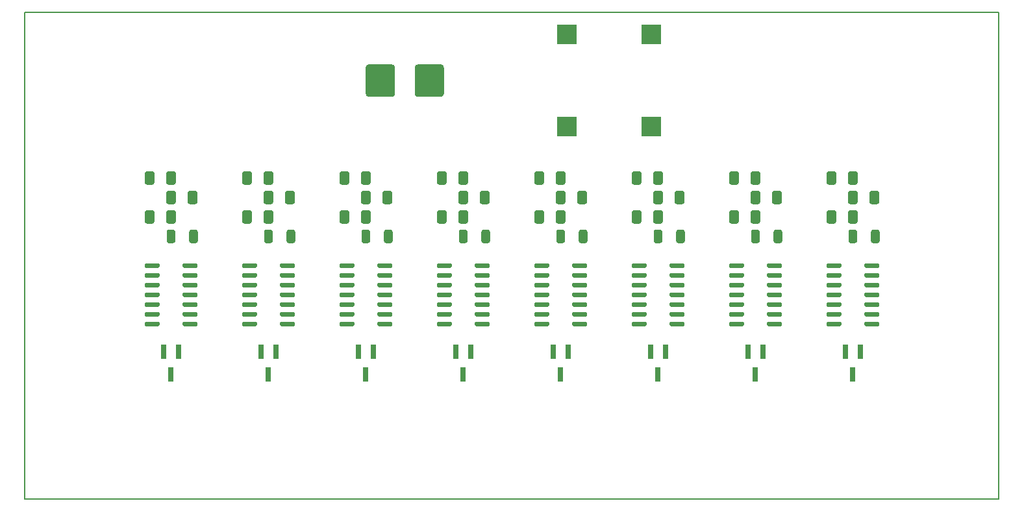
<source format=gbr>
G04 #@! TF.GenerationSoftware,KiCad,Pcbnew,5.1.8+dfsg1-1+b1*
G04 #@! TF.CreationDate,2021-07-09T11:11:43-05:00*
G04 #@! TF.ProjectId,potentiosynth,706f7465-6e74-4696-9f73-796e74682e6b,B*
G04 #@! TF.SameCoordinates,Original*
G04 #@! TF.FileFunction,Paste,Top*
G04 #@! TF.FilePolarity,Positive*
%FSLAX46Y46*%
G04 Gerber Fmt 4.6, Leading zero omitted, Abs format (unit mm)*
G04 Created by KiCad (PCBNEW 5.1.8+dfsg1-1+b1) date 2021-07-09 11:11:43*
%MOMM*%
%LPD*%
G01*
G04 APERTURE LIST*
G04 #@! TA.AperFunction,Profile*
%ADD10C,0.150000*%
G04 #@! TD*
%ADD11R,2.500000X2.500000*%
%ADD12R,0.800000X1.900000*%
G04 APERTURE END LIST*
D10*
X50800000Y-127000000D02*
X177800000Y-127000000D01*
X50800000Y-63500000D02*
X177800000Y-63500000D01*
X50800000Y-127000000D02*
X50800000Y-63500000D01*
X177800000Y-127000000D02*
X177800000Y-63500000D01*
G36*
G01*
X95237300Y-74129900D02*
X95237300Y-70650100D01*
G75*
G02*
X95618300Y-70269100I381000J0D01*
G01*
X98666300Y-70269100D01*
G75*
G02*
X99047300Y-70650100I0J-381000D01*
G01*
X99047300Y-74129900D01*
G75*
G02*
X98666300Y-74510900I-381000J0D01*
G01*
X95618300Y-74510900D01*
G75*
G02*
X95237300Y-74129900I0J381000D01*
G01*
G37*
G36*
G01*
X101612700Y-74129900D02*
X101612700Y-70650100D01*
G75*
G02*
X101993700Y-70269100I381000J0D01*
G01*
X105041700Y-70269100D01*
G75*
G02*
X105422700Y-70650100I0J-381000D01*
G01*
X105422700Y-74129900D01*
G75*
G02*
X105041700Y-74510900I-381000J0D01*
G01*
X101993700Y-74510900D01*
G75*
G02*
X101612700Y-74129900I0J381000D01*
G01*
G37*
G36*
G01*
X160250000Y-96670000D02*
X160250000Y-96370000D01*
G75*
G02*
X160400000Y-96220000I150000J0D01*
G01*
X162050000Y-96220000D01*
G75*
G02*
X162200000Y-96370000I0J-150000D01*
G01*
X162200000Y-96670000D01*
G75*
G02*
X162050000Y-96820000I-150000J0D01*
G01*
X160400000Y-96820000D01*
G75*
G02*
X160250000Y-96670000I0J150000D01*
G01*
G37*
G36*
G01*
X160250000Y-97940000D02*
X160250000Y-97640000D01*
G75*
G02*
X160400000Y-97490000I150000J0D01*
G01*
X162050000Y-97490000D01*
G75*
G02*
X162200000Y-97640000I0J-150000D01*
G01*
X162200000Y-97940000D01*
G75*
G02*
X162050000Y-98090000I-150000J0D01*
G01*
X160400000Y-98090000D01*
G75*
G02*
X160250000Y-97940000I0J150000D01*
G01*
G37*
G36*
G01*
X160250000Y-99210000D02*
X160250000Y-98910000D01*
G75*
G02*
X160400000Y-98760000I150000J0D01*
G01*
X162050000Y-98760000D01*
G75*
G02*
X162200000Y-98910000I0J-150000D01*
G01*
X162200000Y-99210000D01*
G75*
G02*
X162050000Y-99360000I-150000J0D01*
G01*
X160400000Y-99360000D01*
G75*
G02*
X160250000Y-99210000I0J150000D01*
G01*
G37*
G36*
G01*
X160250000Y-100480000D02*
X160250000Y-100180000D01*
G75*
G02*
X160400000Y-100030000I150000J0D01*
G01*
X162050000Y-100030000D01*
G75*
G02*
X162200000Y-100180000I0J-150000D01*
G01*
X162200000Y-100480000D01*
G75*
G02*
X162050000Y-100630000I-150000J0D01*
G01*
X160400000Y-100630000D01*
G75*
G02*
X160250000Y-100480000I0J150000D01*
G01*
G37*
G36*
G01*
X160250000Y-101750000D02*
X160250000Y-101450000D01*
G75*
G02*
X160400000Y-101300000I150000J0D01*
G01*
X162050000Y-101300000D01*
G75*
G02*
X162200000Y-101450000I0J-150000D01*
G01*
X162200000Y-101750000D01*
G75*
G02*
X162050000Y-101900000I-150000J0D01*
G01*
X160400000Y-101900000D01*
G75*
G02*
X160250000Y-101750000I0J150000D01*
G01*
G37*
G36*
G01*
X160250000Y-103020000D02*
X160250000Y-102720000D01*
G75*
G02*
X160400000Y-102570000I150000J0D01*
G01*
X162050000Y-102570000D01*
G75*
G02*
X162200000Y-102720000I0J-150000D01*
G01*
X162200000Y-103020000D01*
G75*
G02*
X162050000Y-103170000I-150000J0D01*
G01*
X160400000Y-103170000D01*
G75*
G02*
X160250000Y-103020000I0J150000D01*
G01*
G37*
G36*
G01*
X160250000Y-104290000D02*
X160250000Y-103990000D01*
G75*
G02*
X160400000Y-103840000I150000J0D01*
G01*
X162050000Y-103840000D01*
G75*
G02*
X162200000Y-103990000I0J-150000D01*
G01*
X162200000Y-104290000D01*
G75*
G02*
X162050000Y-104440000I-150000J0D01*
G01*
X160400000Y-104440000D01*
G75*
G02*
X160250000Y-104290000I0J150000D01*
G01*
G37*
G36*
G01*
X155300000Y-104290000D02*
X155300000Y-103990000D01*
G75*
G02*
X155450000Y-103840000I150000J0D01*
G01*
X157100000Y-103840000D01*
G75*
G02*
X157250000Y-103990000I0J-150000D01*
G01*
X157250000Y-104290000D01*
G75*
G02*
X157100000Y-104440000I-150000J0D01*
G01*
X155450000Y-104440000D01*
G75*
G02*
X155300000Y-104290000I0J150000D01*
G01*
G37*
G36*
G01*
X155300000Y-103020000D02*
X155300000Y-102720000D01*
G75*
G02*
X155450000Y-102570000I150000J0D01*
G01*
X157100000Y-102570000D01*
G75*
G02*
X157250000Y-102720000I0J-150000D01*
G01*
X157250000Y-103020000D01*
G75*
G02*
X157100000Y-103170000I-150000J0D01*
G01*
X155450000Y-103170000D01*
G75*
G02*
X155300000Y-103020000I0J150000D01*
G01*
G37*
G36*
G01*
X155300000Y-101750000D02*
X155300000Y-101450000D01*
G75*
G02*
X155450000Y-101300000I150000J0D01*
G01*
X157100000Y-101300000D01*
G75*
G02*
X157250000Y-101450000I0J-150000D01*
G01*
X157250000Y-101750000D01*
G75*
G02*
X157100000Y-101900000I-150000J0D01*
G01*
X155450000Y-101900000D01*
G75*
G02*
X155300000Y-101750000I0J150000D01*
G01*
G37*
G36*
G01*
X155300000Y-100480000D02*
X155300000Y-100180000D01*
G75*
G02*
X155450000Y-100030000I150000J0D01*
G01*
X157100000Y-100030000D01*
G75*
G02*
X157250000Y-100180000I0J-150000D01*
G01*
X157250000Y-100480000D01*
G75*
G02*
X157100000Y-100630000I-150000J0D01*
G01*
X155450000Y-100630000D01*
G75*
G02*
X155300000Y-100480000I0J150000D01*
G01*
G37*
G36*
G01*
X155300000Y-99210000D02*
X155300000Y-98910000D01*
G75*
G02*
X155450000Y-98760000I150000J0D01*
G01*
X157100000Y-98760000D01*
G75*
G02*
X157250000Y-98910000I0J-150000D01*
G01*
X157250000Y-99210000D01*
G75*
G02*
X157100000Y-99360000I-150000J0D01*
G01*
X155450000Y-99360000D01*
G75*
G02*
X155300000Y-99210000I0J150000D01*
G01*
G37*
G36*
G01*
X155300000Y-97940000D02*
X155300000Y-97640000D01*
G75*
G02*
X155450000Y-97490000I150000J0D01*
G01*
X157100000Y-97490000D01*
G75*
G02*
X157250000Y-97640000I0J-150000D01*
G01*
X157250000Y-97940000D01*
G75*
G02*
X157100000Y-98090000I-150000J0D01*
G01*
X155450000Y-98090000D01*
G75*
G02*
X155300000Y-97940000I0J150000D01*
G01*
G37*
G36*
G01*
X155300000Y-96670000D02*
X155300000Y-96370000D01*
G75*
G02*
X155450000Y-96220000I150000J0D01*
G01*
X157100000Y-96220000D01*
G75*
G02*
X157250000Y-96370000I0J-150000D01*
G01*
X157250000Y-96670000D01*
G75*
G02*
X157100000Y-96820000I-150000J0D01*
G01*
X155450000Y-96820000D01*
G75*
G02*
X155300000Y-96670000I0J150000D01*
G01*
G37*
G36*
G01*
X147550000Y-96670000D02*
X147550000Y-96370000D01*
G75*
G02*
X147700000Y-96220000I150000J0D01*
G01*
X149350000Y-96220000D01*
G75*
G02*
X149500000Y-96370000I0J-150000D01*
G01*
X149500000Y-96670000D01*
G75*
G02*
X149350000Y-96820000I-150000J0D01*
G01*
X147700000Y-96820000D01*
G75*
G02*
X147550000Y-96670000I0J150000D01*
G01*
G37*
G36*
G01*
X147550000Y-97940000D02*
X147550000Y-97640000D01*
G75*
G02*
X147700000Y-97490000I150000J0D01*
G01*
X149350000Y-97490000D01*
G75*
G02*
X149500000Y-97640000I0J-150000D01*
G01*
X149500000Y-97940000D01*
G75*
G02*
X149350000Y-98090000I-150000J0D01*
G01*
X147700000Y-98090000D01*
G75*
G02*
X147550000Y-97940000I0J150000D01*
G01*
G37*
G36*
G01*
X147550000Y-99210000D02*
X147550000Y-98910000D01*
G75*
G02*
X147700000Y-98760000I150000J0D01*
G01*
X149350000Y-98760000D01*
G75*
G02*
X149500000Y-98910000I0J-150000D01*
G01*
X149500000Y-99210000D01*
G75*
G02*
X149350000Y-99360000I-150000J0D01*
G01*
X147700000Y-99360000D01*
G75*
G02*
X147550000Y-99210000I0J150000D01*
G01*
G37*
G36*
G01*
X147550000Y-100480000D02*
X147550000Y-100180000D01*
G75*
G02*
X147700000Y-100030000I150000J0D01*
G01*
X149350000Y-100030000D01*
G75*
G02*
X149500000Y-100180000I0J-150000D01*
G01*
X149500000Y-100480000D01*
G75*
G02*
X149350000Y-100630000I-150000J0D01*
G01*
X147700000Y-100630000D01*
G75*
G02*
X147550000Y-100480000I0J150000D01*
G01*
G37*
G36*
G01*
X147550000Y-101750000D02*
X147550000Y-101450000D01*
G75*
G02*
X147700000Y-101300000I150000J0D01*
G01*
X149350000Y-101300000D01*
G75*
G02*
X149500000Y-101450000I0J-150000D01*
G01*
X149500000Y-101750000D01*
G75*
G02*
X149350000Y-101900000I-150000J0D01*
G01*
X147700000Y-101900000D01*
G75*
G02*
X147550000Y-101750000I0J150000D01*
G01*
G37*
G36*
G01*
X147550000Y-103020000D02*
X147550000Y-102720000D01*
G75*
G02*
X147700000Y-102570000I150000J0D01*
G01*
X149350000Y-102570000D01*
G75*
G02*
X149500000Y-102720000I0J-150000D01*
G01*
X149500000Y-103020000D01*
G75*
G02*
X149350000Y-103170000I-150000J0D01*
G01*
X147700000Y-103170000D01*
G75*
G02*
X147550000Y-103020000I0J150000D01*
G01*
G37*
G36*
G01*
X147550000Y-104290000D02*
X147550000Y-103990000D01*
G75*
G02*
X147700000Y-103840000I150000J0D01*
G01*
X149350000Y-103840000D01*
G75*
G02*
X149500000Y-103990000I0J-150000D01*
G01*
X149500000Y-104290000D01*
G75*
G02*
X149350000Y-104440000I-150000J0D01*
G01*
X147700000Y-104440000D01*
G75*
G02*
X147550000Y-104290000I0J150000D01*
G01*
G37*
G36*
G01*
X142600000Y-104290000D02*
X142600000Y-103990000D01*
G75*
G02*
X142750000Y-103840000I150000J0D01*
G01*
X144400000Y-103840000D01*
G75*
G02*
X144550000Y-103990000I0J-150000D01*
G01*
X144550000Y-104290000D01*
G75*
G02*
X144400000Y-104440000I-150000J0D01*
G01*
X142750000Y-104440000D01*
G75*
G02*
X142600000Y-104290000I0J150000D01*
G01*
G37*
G36*
G01*
X142600000Y-103020000D02*
X142600000Y-102720000D01*
G75*
G02*
X142750000Y-102570000I150000J0D01*
G01*
X144400000Y-102570000D01*
G75*
G02*
X144550000Y-102720000I0J-150000D01*
G01*
X144550000Y-103020000D01*
G75*
G02*
X144400000Y-103170000I-150000J0D01*
G01*
X142750000Y-103170000D01*
G75*
G02*
X142600000Y-103020000I0J150000D01*
G01*
G37*
G36*
G01*
X142600000Y-101750000D02*
X142600000Y-101450000D01*
G75*
G02*
X142750000Y-101300000I150000J0D01*
G01*
X144400000Y-101300000D01*
G75*
G02*
X144550000Y-101450000I0J-150000D01*
G01*
X144550000Y-101750000D01*
G75*
G02*
X144400000Y-101900000I-150000J0D01*
G01*
X142750000Y-101900000D01*
G75*
G02*
X142600000Y-101750000I0J150000D01*
G01*
G37*
G36*
G01*
X142600000Y-100480000D02*
X142600000Y-100180000D01*
G75*
G02*
X142750000Y-100030000I150000J0D01*
G01*
X144400000Y-100030000D01*
G75*
G02*
X144550000Y-100180000I0J-150000D01*
G01*
X144550000Y-100480000D01*
G75*
G02*
X144400000Y-100630000I-150000J0D01*
G01*
X142750000Y-100630000D01*
G75*
G02*
X142600000Y-100480000I0J150000D01*
G01*
G37*
G36*
G01*
X142600000Y-99210000D02*
X142600000Y-98910000D01*
G75*
G02*
X142750000Y-98760000I150000J0D01*
G01*
X144400000Y-98760000D01*
G75*
G02*
X144550000Y-98910000I0J-150000D01*
G01*
X144550000Y-99210000D01*
G75*
G02*
X144400000Y-99360000I-150000J0D01*
G01*
X142750000Y-99360000D01*
G75*
G02*
X142600000Y-99210000I0J150000D01*
G01*
G37*
G36*
G01*
X142600000Y-97940000D02*
X142600000Y-97640000D01*
G75*
G02*
X142750000Y-97490000I150000J0D01*
G01*
X144400000Y-97490000D01*
G75*
G02*
X144550000Y-97640000I0J-150000D01*
G01*
X144550000Y-97940000D01*
G75*
G02*
X144400000Y-98090000I-150000J0D01*
G01*
X142750000Y-98090000D01*
G75*
G02*
X142600000Y-97940000I0J150000D01*
G01*
G37*
G36*
G01*
X142600000Y-96670000D02*
X142600000Y-96370000D01*
G75*
G02*
X142750000Y-96220000I150000J0D01*
G01*
X144400000Y-96220000D01*
G75*
G02*
X144550000Y-96370000I0J-150000D01*
G01*
X144550000Y-96670000D01*
G75*
G02*
X144400000Y-96820000I-150000J0D01*
G01*
X142750000Y-96820000D01*
G75*
G02*
X142600000Y-96670000I0J150000D01*
G01*
G37*
G36*
G01*
X134850000Y-96670000D02*
X134850000Y-96370000D01*
G75*
G02*
X135000000Y-96220000I150000J0D01*
G01*
X136650000Y-96220000D01*
G75*
G02*
X136800000Y-96370000I0J-150000D01*
G01*
X136800000Y-96670000D01*
G75*
G02*
X136650000Y-96820000I-150000J0D01*
G01*
X135000000Y-96820000D01*
G75*
G02*
X134850000Y-96670000I0J150000D01*
G01*
G37*
G36*
G01*
X134850000Y-97940000D02*
X134850000Y-97640000D01*
G75*
G02*
X135000000Y-97490000I150000J0D01*
G01*
X136650000Y-97490000D01*
G75*
G02*
X136800000Y-97640000I0J-150000D01*
G01*
X136800000Y-97940000D01*
G75*
G02*
X136650000Y-98090000I-150000J0D01*
G01*
X135000000Y-98090000D01*
G75*
G02*
X134850000Y-97940000I0J150000D01*
G01*
G37*
G36*
G01*
X134850000Y-99210000D02*
X134850000Y-98910000D01*
G75*
G02*
X135000000Y-98760000I150000J0D01*
G01*
X136650000Y-98760000D01*
G75*
G02*
X136800000Y-98910000I0J-150000D01*
G01*
X136800000Y-99210000D01*
G75*
G02*
X136650000Y-99360000I-150000J0D01*
G01*
X135000000Y-99360000D01*
G75*
G02*
X134850000Y-99210000I0J150000D01*
G01*
G37*
G36*
G01*
X134850000Y-100480000D02*
X134850000Y-100180000D01*
G75*
G02*
X135000000Y-100030000I150000J0D01*
G01*
X136650000Y-100030000D01*
G75*
G02*
X136800000Y-100180000I0J-150000D01*
G01*
X136800000Y-100480000D01*
G75*
G02*
X136650000Y-100630000I-150000J0D01*
G01*
X135000000Y-100630000D01*
G75*
G02*
X134850000Y-100480000I0J150000D01*
G01*
G37*
G36*
G01*
X134850000Y-101750000D02*
X134850000Y-101450000D01*
G75*
G02*
X135000000Y-101300000I150000J0D01*
G01*
X136650000Y-101300000D01*
G75*
G02*
X136800000Y-101450000I0J-150000D01*
G01*
X136800000Y-101750000D01*
G75*
G02*
X136650000Y-101900000I-150000J0D01*
G01*
X135000000Y-101900000D01*
G75*
G02*
X134850000Y-101750000I0J150000D01*
G01*
G37*
G36*
G01*
X134850000Y-103020000D02*
X134850000Y-102720000D01*
G75*
G02*
X135000000Y-102570000I150000J0D01*
G01*
X136650000Y-102570000D01*
G75*
G02*
X136800000Y-102720000I0J-150000D01*
G01*
X136800000Y-103020000D01*
G75*
G02*
X136650000Y-103170000I-150000J0D01*
G01*
X135000000Y-103170000D01*
G75*
G02*
X134850000Y-103020000I0J150000D01*
G01*
G37*
G36*
G01*
X134850000Y-104290000D02*
X134850000Y-103990000D01*
G75*
G02*
X135000000Y-103840000I150000J0D01*
G01*
X136650000Y-103840000D01*
G75*
G02*
X136800000Y-103990000I0J-150000D01*
G01*
X136800000Y-104290000D01*
G75*
G02*
X136650000Y-104440000I-150000J0D01*
G01*
X135000000Y-104440000D01*
G75*
G02*
X134850000Y-104290000I0J150000D01*
G01*
G37*
G36*
G01*
X129900000Y-104290000D02*
X129900000Y-103990000D01*
G75*
G02*
X130050000Y-103840000I150000J0D01*
G01*
X131700000Y-103840000D01*
G75*
G02*
X131850000Y-103990000I0J-150000D01*
G01*
X131850000Y-104290000D01*
G75*
G02*
X131700000Y-104440000I-150000J0D01*
G01*
X130050000Y-104440000D01*
G75*
G02*
X129900000Y-104290000I0J150000D01*
G01*
G37*
G36*
G01*
X129900000Y-103020000D02*
X129900000Y-102720000D01*
G75*
G02*
X130050000Y-102570000I150000J0D01*
G01*
X131700000Y-102570000D01*
G75*
G02*
X131850000Y-102720000I0J-150000D01*
G01*
X131850000Y-103020000D01*
G75*
G02*
X131700000Y-103170000I-150000J0D01*
G01*
X130050000Y-103170000D01*
G75*
G02*
X129900000Y-103020000I0J150000D01*
G01*
G37*
G36*
G01*
X129900000Y-101750000D02*
X129900000Y-101450000D01*
G75*
G02*
X130050000Y-101300000I150000J0D01*
G01*
X131700000Y-101300000D01*
G75*
G02*
X131850000Y-101450000I0J-150000D01*
G01*
X131850000Y-101750000D01*
G75*
G02*
X131700000Y-101900000I-150000J0D01*
G01*
X130050000Y-101900000D01*
G75*
G02*
X129900000Y-101750000I0J150000D01*
G01*
G37*
G36*
G01*
X129900000Y-100480000D02*
X129900000Y-100180000D01*
G75*
G02*
X130050000Y-100030000I150000J0D01*
G01*
X131700000Y-100030000D01*
G75*
G02*
X131850000Y-100180000I0J-150000D01*
G01*
X131850000Y-100480000D01*
G75*
G02*
X131700000Y-100630000I-150000J0D01*
G01*
X130050000Y-100630000D01*
G75*
G02*
X129900000Y-100480000I0J150000D01*
G01*
G37*
G36*
G01*
X129900000Y-99210000D02*
X129900000Y-98910000D01*
G75*
G02*
X130050000Y-98760000I150000J0D01*
G01*
X131700000Y-98760000D01*
G75*
G02*
X131850000Y-98910000I0J-150000D01*
G01*
X131850000Y-99210000D01*
G75*
G02*
X131700000Y-99360000I-150000J0D01*
G01*
X130050000Y-99360000D01*
G75*
G02*
X129900000Y-99210000I0J150000D01*
G01*
G37*
G36*
G01*
X129900000Y-97940000D02*
X129900000Y-97640000D01*
G75*
G02*
X130050000Y-97490000I150000J0D01*
G01*
X131700000Y-97490000D01*
G75*
G02*
X131850000Y-97640000I0J-150000D01*
G01*
X131850000Y-97940000D01*
G75*
G02*
X131700000Y-98090000I-150000J0D01*
G01*
X130050000Y-98090000D01*
G75*
G02*
X129900000Y-97940000I0J150000D01*
G01*
G37*
G36*
G01*
X129900000Y-96670000D02*
X129900000Y-96370000D01*
G75*
G02*
X130050000Y-96220000I150000J0D01*
G01*
X131700000Y-96220000D01*
G75*
G02*
X131850000Y-96370000I0J-150000D01*
G01*
X131850000Y-96670000D01*
G75*
G02*
X131700000Y-96820000I-150000J0D01*
G01*
X130050000Y-96820000D01*
G75*
G02*
X129900000Y-96670000I0J150000D01*
G01*
G37*
G36*
G01*
X122150000Y-96670000D02*
X122150000Y-96370000D01*
G75*
G02*
X122300000Y-96220000I150000J0D01*
G01*
X123950000Y-96220000D01*
G75*
G02*
X124100000Y-96370000I0J-150000D01*
G01*
X124100000Y-96670000D01*
G75*
G02*
X123950000Y-96820000I-150000J0D01*
G01*
X122300000Y-96820000D01*
G75*
G02*
X122150000Y-96670000I0J150000D01*
G01*
G37*
G36*
G01*
X122150000Y-97940000D02*
X122150000Y-97640000D01*
G75*
G02*
X122300000Y-97490000I150000J0D01*
G01*
X123950000Y-97490000D01*
G75*
G02*
X124100000Y-97640000I0J-150000D01*
G01*
X124100000Y-97940000D01*
G75*
G02*
X123950000Y-98090000I-150000J0D01*
G01*
X122300000Y-98090000D01*
G75*
G02*
X122150000Y-97940000I0J150000D01*
G01*
G37*
G36*
G01*
X122150000Y-99210000D02*
X122150000Y-98910000D01*
G75*
G02*
X122300000Y-98760000I150000J0D01*
G01*
X123950000Y-98760000D01*
G75*
G02*
X124100000Y-98910000I0J-150000D01*
G01*
X124100000Y-99210000D01*
G75*
G02*
X123950000Y-99360000I-150000J0D01*
G01*
X122300000Y-99360000D01*
G75*
G02*
X122150000Y-99210000I0J150000D01*
G01*
G37*
G36*
G01*
X122150000Y-100480000D02*
X122150000Y-100180000D01*
G75*
G02*
X122300000Y-100030000I150000J0D01*
G01*
X123950000Y-100030000D01*
G75*
G02*
X124100000Y-100180000I0J-150000D01*
G01*
X124100000Y-100480000D01*
G75*
G02*
X123950000Y-100630000I-150000J0D01*
G01*
X122300000Y-100630000D01*
G75*
G02*
X122150000Y-100480000I0J150000D01*
G01*
G37*
G36*
G01*
X122150000Y-101750000D02*
X122150000Y-101450000D01*
G75*
G02*
X122300000Y-101300000I150000J0D01*
G01*
X123950000Y-101300000D01*
G75*
G02*
X124100000Y-101450000I0J-150000D01*
G01*
X124100000Y-101750000D01*
G75*
G02*
X123950000Y-101900000I-150000J0D01*
G01*
X122300000Y-101900000D01*
G75*
G02*
X122150000Y-101750000I0J150000D01*
G01*
G37*
G36*
G01*
X122150000Y-103020000D02*
X122150000Y-102720000D01*
G75*
G02*
X122300000Y-102570000I150000J0D01*
G01*
X123950000Y-102570000D01*
G75*
G02*
X124100000Y-102720000I0J-150000D01*
G01*
X124100000Y-103020000D01*
G75*
G02*
X123950000Y-103170000I-150000J0D01*
G01*
X122300000Y-103170000D01*
G75*
G02*
X122150000Y-103020000I0J150000D01*
G01*
G37*
G36*
G01*
X122150000Y-104290000D02*
X122150000Y-103990000D01*
G75*
G02*
X122300000Y-103840000I150000J0D01*
G01*
X123950000Y-103840000D01*
G75*
G02*
X124100000Y-103990000I0J-150000D01*
G01*
X124100000Y-104290000D01*
G75*
G02*
X123950000Y-104440000I-150000J0D01*
G01*
X122300000Y-104440000D01*
G75*
G02*
X122150000Y-104290000I0J150000D01*
G01*
G37*
G36*
G01*
X117200000Y-104290000D02*
X117200000Y-103990000D01*
G75*
G02*
X117350000Y-103840000I150000J0D01*
G01*
X119000000Y-103840000D01*
G75*
G02*
X119150000Y-103990000I0J-150000D01*
G01*
X119150000Y-104290000D01*
G75*
G02*
X119000000Y-104440000I-150000J0D01*
G01*
X117350000Y-104440000D01*
G75*
G02*
X117200000Y-104290000I0J150000D01*
G01*
G37*
G36*
G01*
X117200000Y-103020000D02*
X117200000Y-102720000D01*
G75*
G02*
X117350000Y-102570000I150000J0D01*
G01*
X119000000Y-102570000D01*
G75*
G02*
X119150000Y-102720000I0J-150000D01*
G01*
X119150000Y-103020000D01*
G75*
G02*
X119000000Y-103170000I-150000J0D01*
G01*
X117350000Y-103170000D01*
G75*
G02*
X117200000Y-103020000I0J150000D01*
G01*
G37*
G36*
G01*
X117200000Y-101750000D02*
X117200000Y-101450000D01*
G75*
G02*
X117350000Y-101300000I150000J0D01*
G01*
X119000000Y-101300000D01*
G75*
G02*
X119150000Y-101450000I0J-150000D01*
G01*
X119150000Y-101750000D01*
G75*
G02*
X119000000Y-101900000I-150000J0D01*
G01*
X117350000Y-101900000D01*
G75*
G02*
X117200000Y-101750000I0J150000D01*
G01*
G37*
G36*
G01*
X117200000Y-100480000D02*
X117200000Y-100180000D01*
G75*
G02*
X117350000Y-100030000I150000J0D01*
G01*
X119000000Y-100030000D01*
G75*
G02*
X119150000Y-100180000I0J-150000D01*
G01*
X119150000Y-100480000D01*
G75*
G02*
X119000000Y-100630000I-150000J0D01*
G01*
X117350000Y-100630000D01*
G75*
G02*
X117200000Y-100480000I0J150000D01*
G01*
G37*
G36*
G01*
X117200000Y-99210000D02*
X117200000Y-98910000D01*
G75*
G02*
X117350000Y-98760000I150000J0D01*
G01*
X119000000Y-98760000D01*
G75*
G02*
X119150000Y-98910000I0J-150000D01*
G01*
X119150000Y-99210000D01*
G75*
G02*
X119000000Y-99360000I-150000J0D01*
G01*
X117350000Y-99360000D01*
G75*
G02*
X117200000Y-99210000I0J150000D01*
G01*
G37*
G36*
G01*
X117200000Y-97940000D02*
X117200000Y-97640000D01*
G75*
G02*
X117350000Y-97490000I150000J0D01*
G01*
X119000000Y-97490000D01*
G75*
G02*
X119150000Y-97640000I0J-150000D01*
G01*
X119150000Y-97940000D01*
G75*
G02*
X119000000Y-98090000I-150000J0D01*
G01*
X117350000Y-98090000D01*
G75*
G02*
X117200000Y-97940000I0J150000D01*
G01*
G37*
G36*
G01*
X117200000Y-96670000D02*
X117200000Y-96370000D01*
G75*
G02*
X117350000Y-96220000I150000J0D01*
G01*
X119000000Y-96220000D01*
G75*
G02*
X119150000Y-96370000I0J-150000D01*
G01*
X119150000Y-96670000D01*
G75*
G02*
X119000000Y-96820000I-150000J0D01*
G01*
X117350000Y-96820000D01*
G75*
G02*
X117200000Y-96670000I0J150000D01*
G01*
G37*
G36*
G01*
X109450000Y-96670000D02*
X109450000Y-96370000D01*
G75*
G02*
X109600000Y-96220000I150000J0D01*
G01*
X111250000Y-96220000D01*
G75*
G02*
X111400000Y-96370000I0J-150000D01*
G01*
X111400000Y-96670000D01*
G75*
G02*
X111250000Y-96820000I-150000J0D01*
G01*
X109600000Y-96820000D01*
G75*
G02*
X109450000Y-96670000I0J150000D01*
G01*
G37*
G36*
G01*
X109450000Y-97940000D02*
X109450000Y-97640000D01*
G75*
G02*
X109600000Y-97490000I150000J0D01*
G01*
X111250000Y-97490000D01*
G75*
G02*
X111400000Y-97640000I0J-150000D01*
G01*
X111400000Y-97940000D01*
G75*
G02*
X111250000Y-98090000I-150000J0D01*
G01*
X109600000Y-98090000D01*
G75*
G02*
X109450000Y-97940000I0J150000D01*
G01*
G37*
G36*
G01*
X109450000Y-99210000D02*
X109450000Y-98910000D01*
G75*
G02*
X109600000Y-98760000I150000J0D01*
G01*
X111250000Y-98760000D01*
G75*
G02*
X111400000Y-98910000I0J-150000D01*
G01*
X111400000Y-99210000D01*
G75*
G02*
X111250000Y-99360000I-150000J0D01*
G01*
X109600000Y-99360000D01*
G75*
G02*
X109450000Y-99210000I0J150000D01*
G01*
G37*
G36*
G01*
X109450000Y-100480000D02*
X109450000Y-100180000D01*
G75*
G02*
X109600000Y-100030000I150000J0D01*
G01*
X111250000Y-100030000D01*
G75*
G02*
X111400000Y-100180000I0J-150000D01*
G01*
X111400000Y-100480000D01*
G75*
G02*
X111250000Y-100630000I-150000J0D01*
G01*
X109600000Y-100630000D01*
G75*
G02*
X109450000Y-100480000I0J150000D01*
G01*
G37*
G36*
G01*
X109450000Y-101750000D02*
X109450000Y-101450000D01*
G75*
G02*
X109600000Y-101300000I150000J0D01*
G01*
X111250000Y-101300000D01*
G75*
G02*
X111400000Y-101450000I0J-150000D01*
G01*
X111400000Y-101750000D01*
G75*
G02*
X111250000Y-101900000I-150000J0D01*
G01*
X109600000Y-101900000D01*
G75*
G02*
X109450000Y-101750000I0J150000D01*
G01*
G37*
G36*
G01*
X109450000Y-103020000D02*
X109450000Y-102720000D01*
G75*
G02*
X109600000Y-102570000I150000J0D01*
G01*
X111250000Y-102570000D01*
G75*
G02*
X111400000Y-102720000I0J-150000D01*
G01*
X111400000Y-103020000D01*
G75*
G02*
X111250000Y-103170000I-150000J0D01*
G01*
X109600000Y-103170000D01*
G75*
G02*
X109450000Y-103020000I0J150000D01*
G01*
G37*
G36*
G01*
X109450000Y-104290000D02*
X109450000Y-103990000D01*
G75*
G02*
X109600000Y-103840000I150000J0D01*
G01*
X111250000Y-103840000D01*
G75*
G02*
X111400000Y-103990000I0J-150000D01*
G01*
X111400000Y-104290000D01*
G75*
G02*
X111250000Y-104440000I-150000J0D01*
G01*
X109600000Y-104440000D01*
G75*
G02*
X109450000Y-104290000I0J150000D01*
G01*
G37*
G36*
G01*
X104500000Y-104290000D02*
X104500000Y-103990000D01*
G75*
G02*
X104650000Y-103840000I150000J0D01*
G01*
X106300000Y-103840000D01*
G75*
G02*
X106450000Y-103990000I0J-150000D01*
G01*
X106450000Y-104290000D01*
G75*
G02*
X106300000Y-104440000I-150000J0D01*
G01*
X104650000Y-104440000D01*
G75*
G02*
X104500000Y-104290000I0J150000D01*
G01*
G37*
G36*
G01*
X104500000Y-103020000D02*
X104500000Y-102720000D01*
G75*
G02*
X104650000Y-102570000I150000J0D01*
G01*
X106300000Y-102570000D01*
G75*
G02*
X106450000Y-102720000I0J-150000D01*
G01*
X106450000Y-103020000D01*
G75*
G02*
X106300000Y-103170000I-150000J0D01*
G01*
X104650000Y-103170000D01*
G75*
G02*
X104500000Y-103020000I0J150000D01*
G01*
G37*
G36*
G01*
X104500000Y-101750000D02*
X104500000Y-101450000D01*
G75*
G02*
X104650000Y-101300000I150000J0D01*
G01*
X106300000Y-101300000D01*
G75*
G02*
X106450000Y-101450000I0J-150000D01*
G01*
X106450000Y-101750000D01*
G75*
G02*
X106300000Y-101900000I-150000J0D01*
G01*
X104650000Y-101900000D01*
G75*
G02*
X104500000Y-101750000I0J150000D01*
G01*
G37*
G36*
G01*
X104500000Y-100480000D02*
X104500000Y-100180000D01*
G75*
G02*
X104650000Y-100030000I150000J0D01*
G01*
X106300000Y-100030000D01*
G75*
G02*
X106450000Y-100180000I0J-150000D01*
G01*
X106450000Y-100480000D01*
G75*
G02*
X106300000Y-100630000I-150000J0D01*
G01*
X104650000Y-100630000D01*
G75*
G02*
X104500000Y-100480000I0J150000D01*
G01*
G37*
G36*
G01*
X104500000Y-99210000D02*
X104500000Y-98910000D01*
G75*
G02*
X104650000Y-98760000I150000J0D01*
G01*
X106300000Y-98760000D01*
G75*
G02*
X106450000Y-98910000I0J-150000D01*
G01*
X106450000Y-99210000D01*
G75*
G02*
X106300000Y-99360000I-150000J0D01*
G01*
X104650000Y-99360000D01*
G75*
G02*
X104500000Y-99210000I0J150000D01*
G01*
G37*
G36*
G01*
X104500000Y-97940000D02*
X104500000Y-97640000D01*
G75*
G02*
X104650000Y-97490000I150000J0D01*
G01*
X106300000Y-97490000D01*
G75*
G02*
X106450000Y-97640000I0J-150000D01*
G01*
X106450000Y-97940000D01*
G75*
G02*
X106300000Y-98090000I-150000J0D01*
G01*
X104650000Y-98090000D01*
G75*
G02*
X104500000Y-97940000I0J150000D01*
G01*
G37*
G36*
G01*
X104500000Y-96670000D02*
X104500000Y-96370000D01*
G75*
G02*
X104650000Y-96220000I150000J0D01*
G01*
X106300000Y-96220000D01*
G75*
G02*
X106450000Y-96370000I0J-150000D01*
G01*
X106450000Y-96670000D01*
G75*
G02*
X106300000Y-96820000I-150000J0D01*
G01*
X104650000Y-96820000D01*
G75*
G02*
X104500000Y-96670000I0J150000D01*
G01*
G37*
G36*
G01*
X96750000Y-96670000D02*
X96750000Y-96370000D01*
G75*
G02*
X96900000Y-96220000I150000J0D01*
G01*
X98550000Y-96220000D01*
G75*
G02*
X98700000Y-96370000I0J-150000D01*
G01*
X98700000Y-96670000D01*
G75*
G02*
X98550000Y-96820000I-150000J0D01*
G01*
X96900000Y-96820000D01*
G75*
G02*
X96750000Y-96670000I0J150000D01*
G01*
G37*
G36*
G01*
X96750000Y-97940000D02*
X96750000Y-97640000D01*
G75*
G02*
X96900000Y-97490000I150000J0D01*
G01*
X98550000Y-97490000D01*
G75*
G02*
X98700000Y-97640000I0J-150000D01*
G01*
X98700000Y-97940000D01*
G75*
G02*
X98550000Y-98090000I-150000J0D01*
G01*
X96900000Y-98090000D01*
G75*
G02*
X96750000Y-97940000I0J150000D01*
G01*
G37*
G36*
G01*
X96750000Y-99210000D02*
X96750000Y-98910000D01*
G75*
G02*
X96900000Y-98760000I150000J0D01*
G01*
X98550000Y-98760000D01*
G75*
G02*
X98700000Y-98910000I0J-150000D01*
G01*
X98700000Y-99210000D01*
G75*
G02*
X98550000Y-99360000I-150000J0D01*
G01*
X96900000Y-99360000D01*
G75*
G02*
X96750000Y-99210000I0J150000D01*
G01*
G37*
G36*
G01*
X96750000Y-100480000D02*
X96750000Y-100180000D01*
G75*
G02*
X96900000Y-100030000I150000J0D01*
G01*
X98550000Y-100030000D01*
G75*
G02*
X98700000Y-100180000I0J-150000D01*
G01*
X98700000Y-100480000D01*
G75*
G02*
X98550000Y-100630000I-150000J0D01*
G01*
X96900000Y-100630000D01*
G75*
G02*
X96750000Y-100480000I0J150000D01*
G01*
G37*
G36*
G01*
X96750000Y-101750000D02*
X96750000Y-101450000D01*
G75*
G02*
X96900000Y-101300000I150000J0D01*
G01*
X98550000Y-101300000D01*
G75*
G02*
X98700000Y-101450000I0J-150000D01*
G01*
X98700000Y-101750000D01*
G75*
G02*
X98550000Y-101900000I-150000J0D01*
G01*
X96900000Y-101900000D01*
G75*
G02*
X96750000Y-101750000I0J150000D01*
G01*
G37*
G36*
G01*
X96750000Y-103020000D02*
X96750000Y-102720000D01*
G75*
G02*
X96900000Y-102570000I150000J0D01*
G01*
X98550000Y-102570000D01*
G75*
G02*
X98700000Y-102720000I0J-150000D01*
G01*
X98700000Y-103020000D01*
G75*
G02*
X98550000Y-103170000I-150000J0D01*
G01*
X96900000Y-103170000D01*
G75*
G02*
X96750000Y-103020000I0J150000D01*
G01*
G37*
G36*
G01*
X96750000Y-104290000D02*
X96750000Y-103990000D01*
G75*
G02*
X96900000Y-103840000I150000J0D01*
G01*
X98550000Y-103840000D01*
G75*
G02*
X98700000Y-103990000I0J-150000D01*
G01*
X98700000Y-104290000D01*
G75*
G02*
X98550000Y-104440000I-150000J0D01*
G01*
X96900000Y-104440000D01*
G75*
G02*
X96750000Y-104290000I0J150000D01*
G01*
G37*
G36*
G01*
X91800000Y-104290000D02*
X91800000Y-103990000D01*
G75*
G02*
X91950000Y-103840000I150000J0D01*
G01*
X93600000Y-103840000D01*
G75*
G02*
X93750000Y-103990000I0J-150000D01*
G01*
X93750000Y-104290000D01*
G75*
G02*
X93600000Y-104440000I-150000J0D01*
G01*
X91950000Y-104440000D01*
G75*
G02*
X91800000Y-104290000I0J150000D01*
G01*
G37*
G36*
G01*
X91800000Y-103020000D02*
X91800000Y-102720000D01*
G75*
G02*
X91950000Y-102570000I150000J0D01*
G01*
X93600000Y-102570000D01*
G75*
G02*
X93750000Y-102720000I0J-150000D01*
G01*
X93750000Y-103020000D01*
G75*
G02*
X93600000Y-103170000I-150000J0D01*
G01*
X91950000Y-103170000D01*
G75*
G02*
X91800000Y-103020000I0J150000D01*
G01*
G37*
G36*
G01*
X91800000Y-101750000D02*
X91800000Y-101450000D01*
G75*
G02*
X91950000Y-101300000I150000J0D01*
G01*
X93600000Y-101300000D01*
G75*
G02*
X93750000Y-101450000I0J-150000D01*
G01*
X93750000Y-101750000D01*
G75*
G02*
X93600000Y-101900000I-150000J0D01*
G01*
X91950000Y-101900000D01*
G75*
G02*
X91800000Y-101750000I0J150000D01*
G01*
G37*
G36*
G01*
X91800000Y-100480000D02*
X91800000Y-100180000D01*
G75*
G02*
X91950000Y-100030000I150000J0D01*
G01*
X93600000Y-100030000D01*
G75*
G02*
X93750000Y-100180000I0J-150000D01*
G01*
X93750000Y-100480000D01*
G75*
G02*
X93600000Y-100630000I-150000J0D01*
G01*
X91950000Y-100630000D01*
G75*
G02*
X91800000Y-100480000I0J150000D01*
G01*
G37*
G36*
G01*
X91800000Y-99210000D02*
X91800000Y-98910000D01*
G75*
G02*
X91950000Y-98760000I150000J0D01*
G01*
X93600000Y-98760000D01*
G75*
G02*
X93750000Y-98910000I0J-150000D01*
G01*
X93750000Y-99210000D01*
G75*
G02*
X93600000Y-99360000I-150000J0D01*
G01*
X91950000Y-99360000D01*
G75*
G02*
X91800000Y-99210000I0J150000D01*
G01*
G37*
G36*
G01*
X91800000Y-97940000D02*
X91800000Y-97640000D01*
G75*
G02*
X91950000Y-97490000I150000J0D01*
G01*
X93600000Y-97490000D01*
G75*
G02*
X93750000Y-97640000I0J-150000D01*
G01*
X93750000Y-97940000D01*
G75*
G02*
X93600000Y-98090000I-150000J0D01*
G01*
X91950000Y-98090000D01*
G75*
G02*
X91800000Y-97940000I0J150000D01*
G01*
G37*
G36*
G01*
X91800000Y-96670000D02*
X91800000Y-96370000D01*
G75*
G02*
X91950000Y-96220000I150000J0D01*
G01*
X93600000Y-96220000D01*
G75*
G02*
X93750000Y-96370000I0J-150000D01*
G01*
X93750000Y-96670000D01*
G75*
G02*
X93600000Y-96820000I-150000J0D01*
G01*
X91950000Y-96820000D01*
G75*
G02*
X91800000Y-96670000I0J150000D01*
G01*
G37*
G36*
G01*
X84050000Y-96670000D02*
X84050000Y-96370000D01*
G75*
G02*
X84200000Y-96220000I150000J0D01*
G01*
X85850000Y-96220000D01*
G75*
G02*
X86000000Y-96370000I0J-150000D01*
G01*
X86000000Y-96670000D01*
G75*
G02*
X85850000Y-96820000I-150000J0D01*
G01*
X84200000Y-96820000D01*
G75*
G02*
X84050000Y-96670000I0J150000D01*
G01*
G37*
G36*
G01*
X84050000Y-97940000D02*
X84050000Y-97640000D01*
G75*
G02*
X84200000Y-97490000I150000J0D01*
G01*
X85850000Y-97490000D01*
G75*
G02*
X86000000Y-97640000I0J-150000D01*
G01*
X86000000Y-97940000D01*
G75*
G02*
X85850000Y-98090000I-150000J0D01*
G01*
X84200000Y-98090000D01*
G75*
G02*
X84050000Y-97940000I0J150000D01*
G01*
G37*
G36*
G01*
X84050000Y-99210000D02*
X84050000Y-98910000D01*
G75*
G02*
X84200000Y-98760000I150000J0D01*
G01*
X85850000Y-98760000D01*
G75*
G02*
X86000000Y-98910000I0J-150000D01*
G01*
X86000000Y-99210000D01*
G75*
G02*
X85850000Y-99360000I-150000J0D01*
G01*
X84200000Y-99360000D01*
G75*
G02*
X84050000Y-99210000I0J150000D01*
G01*
G37*
G36*
G01*
X84050000Y-100480000D02*
X84050000Y-100180000D01*
G75*
G02*
X84200000Y-100030000I150000J0D01*
G01*
X85850000Y-100030000D01*
G75*
G02*
X86000000Y-100180000I0J-150000D01*
G01*
X86000000Y-100480000D01*
G75*
G02*
X85850000Y-100630000I-150000J0D01*
G01*
X84200000Y-100630000D01*
G75*
G02*
X84050000Y-100480000I0J150000D01*
G01*
G37*
G36*
G01*
X84050000Y-101750000D02*
X84050000Y-101450000D01*
G75*
G02*
X84200000Y-101300000I150000J0D01*
G01*
X85850000Y-101300000D01*
G75*
G02*
X86000000Y-101450000I0J-150000D01*
G01*
X86000000Y-101750000D01*
G75*
G02*
X85850000Y-101900000I-150000J0D01*
G01*
X84200000Y-101900000D01*
G75*
G02*
X84050000Y-101750000I0J150000D01*
G01*
G37*
G36*
G01*
X84050000Y-103020000D02*
X84050000Y-102720000D01*
G75*
G02*
X84200000Y-102570000I150000J0D01*
G01*
X85850000Y-102570000D01*
G75*
G02*
X86000000Y-102720000I0J-150000D01*
G01*
X86000000Y-103020000D01*
G75*
G02*
X85850000Y-103170000I-150000J0D01*
G01*
X84200000Y-103170000D01*
G75*
G02*
X84050000Y-103020000I0J150000D01*
G01*
G37*
G36*
G01*
X84050000Y-104290000D02*
X84050000Y-103990000D01*
G75*
G02*
X84200000Y-103840000I150000J0D01*
G01*
X85850000Y-103840000D01*
G75*
G02*
X86000000Y-103990000I0J-150000D01*
G01*
X86000000Y-104290000D01*
G75*
G02*
X85850000Y-104440000I-150000J0D01*
G01*
X84200000Y-104440000D01*
G75*
G02*
X84050000Y-104290000I0J150000D01*
G01*
G37*
G36*
G01*
X79100000Y-104290000D02*
X79100000Y-103990000D01*
G75*
G02*
X79250000Y-103840000I150000J0D01*
G01*
X80900000Y-103840000D01*
G75*
G02*
X81050000Y-103990000I0J-150000D01*
G01*
X81050000Y-104290000D01*
G75*
G02*
X80900000Y-104440000I-150000J0D01*
G01*
X79250000Y-104440000D01*
G75*
G02*
X79100000Y-104290000I0J150000D01*
G01*
G37*
G36*
G01*
X79100000Y-103020000D02*
X79100000Y-102720000D01*
G75*
G02*
X79250000Y-102570000I150000J0D01*
G01*
X80900000Y-102570000D01*
G75*
G02*
X81050000Y-102720000I0J-150000D01*
G01*
X81050000Y-103020000D01*
G75*
G02*
X80900000Y-103170000I-150000J0D01*
G01*
X79250000Y-103170000D01*
G75*
G02*
X79100000Y-103020000I0J150000D01*
G01*
G37*
G36*
G01*
X79100000Y-101750000D02*
X79100000Y-101450000D01*
G75*
G02*
X79250000Y-101300000I150000J0D01*
G01*
X80900000Y-101300000D01*
G75*
G02*
X81050000Y-101450000I0J-150000D01*
G01*
X81050000Y-101750000D01*
G75*
G02*
X80900000Y-101900000I-150000J0D01*
G01*
X79250000Y-101900000D01*
G75*
G02*
X79100000Y-101750000I0J150000D01*
G01*
G37*
G36*
G01*
X79100000Y-100480000D02*
X79100000Y-100180000D01*
G75*
G02*
X79250000Y-100030000I150000J0D01*
G01*
X80900000Y-100030000D01*
G75*
G02*
X81050000Y-100180000I0J-150000D01*
G01*
X81050000Y-100480000D01*
G75*
G02*
X80900000Y-100630000I-150000J0D01*
G01*
X79250000Y-100630000D01*
G75*
G02*
X79100000Y-100480000I0J150000D01*
G01*
G37*
G36*
G01*
X79100000Y-99210000D02*
X79100000Y-98910000D01*
G75*
G02*
X79250000Y-98760000I150000J0D01*
G01*
X80900000Y-98760000D01*
G75*
G02*
X81050000Y-98910000I0J-150000D01*
G01*
X81050000Y-99210000D01*
G75*
G02*
X80900000Y-99360000I-150000J0D01*
G01*
X79250000Y-99360000D01*
G75*
G02*
X79100000Y-99210000I0J150000D01*
G01*
G37*
G36*
G01*
X79100000Y-97940000D02*
X79100000Y-97640000D01*
G75*
G02*
X79250000Y-97490000I150000J0D01*
G01*
X80900000Y-97490000D01*
G75*
G02*
X81050000Y-97640000I0J-150000D01*
G01*
X81050000Y-97940000D01*
G75*
G02*
X80900000Y-98090000I-150000J0D01*
G01*
X79250000Y-98090000D01*
G75*
G02*
X79100000Y-97940000I0J150000D01*
G01*
G37*
G36*
G01*
X79100000Y-96670000D02*
X79100000Y-96370000D01*
G75*
G02*
X79250000Y-96220000I150000J0D01*
G01*
X80900000Y-96220000D01*
G75*
G02*
X81050000Y-96370000I0J-150000D01*
G01*
X81050000Y-96670000D01*
G75*
G02*
X80900000Y-96820000I-150000J0D01*
G01*
X79250000Y-96820000D01*
G75*
G02*
X79100000Y-96670000I0J150000D01*
G01*
G37*
G36*
G01*
X71350000Y-96670000D02*
X71350000Y-96370000D01*
G75*
G02*
X71500000Y-96220000I150000J0D01*
G01*
X73150000Y-96220000D01*
G75*
G02*
X73300000Y-96370000I0J-150000D01*
G01*
X73300000Y-96670000D01*
G75*
G02*
X73150000Y-96820000I-150000J0D01*
G01*
X71500000Y-96820000D01*
G75*
G02*
X71350000Y-96670000I0J150000D01*
G01*
G37*
G36*
G01*
X71350000Y-97940000D02*
X71350000Y-97640000D01*
G75*
G02*
X71500000Y-97490000I150000J0D01*
G01*
X73150000Y-97490000D01*
G75*
G02*
X73300000Y-97640000I0J-150000D01*
G01*
X73300000Y-97940000D01*
G75*
G02*
X73150000Y-98090000I-150000J0D01*
G01*
X71500000Y-98090000D01*
G75*
G02*
X71350000Y-97940000I0J150000D01*
G01*
G37*
G36*
G01*
X71350000Y-99210000D02*
X71350000Y-98910000D01*
G75*
G02*
X71500000Y-98760000I150000J0D01*
G01*
X73150000Y-98760000D01*
G75*
G02*
X73300000Y-98910000I0J-150000D01*
G01*
X73300000Y-99210000D01*
G75*
G02*
X73150000Y-99360000I-150000J0D01*
G01*
X71500000Y-99360000D01*
G75*
G02*
X71350000Y-99210000I0J150000D01*
G01*
G37*
G36*
G01*
X71350000Y-100480000D02*
X71350000Y-100180000D01*
G75*
G02*
X71500000Y-100030000I150000J0D01*
G01*
X73150000Y-100030000D01*
G75*
G02*
X73300000Y-100180000I0J-150000D01*
G01*
X73300000Y-100480000D01*
G75*
G02*
X73150000Y-100630000I-150000J0D01*
G01*
X71500000Y-100630000D01*
G75*
G02*
X71350000Y-100480000I0J150000D01*
G01*
G37*
G36*
G01*
X71350000Y-101750000D02*
X71350000Y-101450000D01*
G75*
G02*
X71500000Y-101300000I150000J0D01*
G01*
X73150000Y-101300000D01*
G75*
G02*
X73300000Y-101450000I0J-150000D01*
G01*
X73300000Y-101750000D01*
G75*
G02*
X73150000Y-101900000I-150000J0D01*
G01*
X71500000Y-101900000D01*
G75*
G02*
X71350000Y-101750000I0J150000D01*
G01*
G37*
G36*
G01*
X71350000Y-103020000D02*
X71350000Y-102720000D01*
G75*
G02*
X71500000Y-102570000I150000J0D01*
G01*
X73150000Y-102570000D01*
G75*
G02*
X73300000Y-102720000I0J-150000D01*
G01*
X73300000Y-103020000D01*
G75*
G02*
X73150000Y-103170000I-150000J0D01*
G01*
X71500000Y-103170000D01*
G75*
G02*
X71350000Y-103020000I0J150000D01*
G01*
G37*
G36*
G01*
X71350000Y-104290000D02*
X71350000Y-103990000D01*
G75*
G02*
X71500000Y-103840000I150000J0D01*
G01*
X73150000Y-103840000D01*
G75*
G02*
X73300000Y-103990000I0J-150000D01*
G01*
X73300000Y-104290000D01*
G75*
G02*
X73150000Y-104440000I-150000J0D01*
G01*
X71500000Y-104440000D01*
G75*
G02*
X71350000Y-104290000I0J150000D01*
G01*
G37*
G36*
G01*
X66400000Y-104290000D02*
X66400000Y-103990000D01*
G75*
G02*
X66550000Y-103840000I150000J0D01*
G01*
X68200000Y-103840000D01*
G75*
G02*
X68350000Y-103990000I0J-150000D01*
G01*
X68350000Y-104290000D01*
G75*
G02*
X68200000Y-104440000I-150000J0D01*
G01*
X66550000Y-104440000D01*
G75*
G02*
X66400000Y-104290000I0J150000D01*
G01*
G37*
G36*
G01*
X66400000Y-103020000D02*
X66400000Y-102720000D01*
G75*
G02*
X66550000Y-102570000I150000J0D01*
G01*
X68200000Y-102570000D01*
G75*
G02*
X68350000Y-102720000I0J-150000D01*
G01*
X68350000Y-103020000D01*
G75*
G02*
X68200000Y-103170000I-150000J0D01*
G01*
X66550000Y-103170000D01*
G75*
G02*
X66400000Y-103020000I0J150000D01*
G01*
G37*
G36*
G01*
X66400000Y-101750000D02*
X66400000Y-101450000D01*
G75*
G02*
X66550000Y-101300000I150000J0D01*
G01*
X68200000Y-101300000D01*
G75*
G02*
X68350000Y-101450000I0J-150000D01*
G01*
X68350000Y-101750000D01*
G75*
G02*
X68200000Y-101900000I-150000J0D01*
G01*
X66550000Y-101900000D01*
G75*
G02*
X66400000Y-101750000I0J150000D01*
G01*
G37*
G36*
G01*
X66400000Y-100480000D02*
X66400000Y-100180000D01*
G75*
G02*
X66550000Y-100030000I150000J0D01*
G01*
X68200000Y-100030000D01*
G75*
G02*
X68350000Y-100180000I0J-150000D01*
G01*
X68350000Y-100480000D01*
G75*
G02*
X68200000Y-100630000I-150000J0D01*
G01*
X66550000Y-100630000D01*
G75*
G02*
X66400000Y-100480000I0J150000D01*
G01*
G37*
G36*
G01*
X66400000Y-99210000D02*
X66400000Y-98910000D01*
G75*
G02*
X66550000Y-98760000I150000J0D01*
G01*
X68200000Y-98760000D01*
G75*
G02*
X68350000Y-98910000I0J-150000D01*
G01*
X68350000Y-99210000D01*
G75*
G02*
X68200000Y-99360000I-150000J0D01*
G01*
X66550000Y-99360000D01*
G75*
G02*
X66400000Y-99210000I0J150000D01*
G01*
G37*
G36*
G01*
X66400000Y-97940000D02*
X66400000Y-97640000D01*
G75*
G02*
X66550000Y-97490000I150000J0D01*
G01*
X68200000Y-97490000D01*
G75*
G02*
X68350000Y-97640000I0J-150000D01*
G01*
X68350000Y-97940000D01*
G75*
G02*
X68200000Y-98090000I-150000J0D01*
G01*
X66550000Y-98090000D01*
G75*
G02*
X66400000Y-97940000I0J150000D01*
G01*
G37*
G36*
G01*
X66400000Y-96670000D02*
X66400000Y-96370000D01*
G75*
G02*
X66550000Y-96220000I150000J0D01*
G01*
X68200000Y-96220000D01*
G75*
G02*
X68350000Y-96370000I0J-150000D01*
G01*
X68350000Y-96670000D01*
G75*
G02*
X68200000Y-96820000I-150000J0D01*
G01*
X66550000Y-96820000D01*
G75*
G02*
X66400000Y-96670000I0J150000D01*
G01*
G37*
D11*
X121500000Y-78390000D03*
X132500000Y-78390000D03*
X132500000Y-66390000D03*
X121500000Y-66390000D03*
D12*
X158750000Y-110720000D03*
X157800000Y-107720000D03*
X159700000Y-107720000D03*
X146050000Y-110720000D03*
X145100000Y-107720000D03*
X147000000Y-107720000D03*
X133350000Y-110720000D03*
X132400000Y-107720000D03*
X134300000Y-107720000D03*
X120650000Y-110720000D03*
X119700000Y-107720000D03*
X121600000Y-107720000D03*
X107950000Y-110720000D03*
X107000000Y-107720000D03*
X108900000Y-107720000D03*
X95250000Y-110720000D03*
X94300000Y-107720000D03*
X96200000Y-107720000D03*
X82550000Y-110720000D03*
X81600000Y-107720000D03*
X83500000Y-107720000D03*
X69850000Y-110720000D03*
X68900000Y-107720000D03*
X70800000Y-107720000D03*
G36*
G01*
X161112500Y-93335003D02*
X161112500Y-92084997D01*
G75*
G02*
X161362497Y-91835000I249997J0D01*
G01*
X161987503Y-91835000D01*
G75*
G02*
X162237500Y-92084997I0J-249997D01*
G01*
X162237500Y-93335003D01*
G75*
G02*
X161987503Y-93585000I-249997J0D01*
G01*
X161362497Y-93585000D01*
G75*
G02*
X161112500Y-93335003I0J249997D01*
G01*
G37*
G36*
G01*
X158187500Y-93335003D02*
X158187500Y-92084997D01*
G75*
G02*
X158437497Y-91835000I249997J0D01*
G01*
X159062503Y-91835000D01*
G75*
G02*
X159312500Y-92084997I0J-249997D01*
G01*
X159312500Y-93335003D01*
G75*
G02*
X159062503Y-93585000I-249997J0D01*
G01*
X158437497Y-93585000D01*
G75*
G02*
X158187500Y-93335003I0J249997D01*
G01*
G37*
G36*
G01*
X148412500Y-93335003D02*
X148412500Y-92084997D01*
G75*
G02*
X148662497Y-91835000I249997J0D01*
G01*
X149287503Y-91835000D01*
G75*
G02*
X149537500Y-92084997I0J-249997D01*
G01*
X149537500Y-93335003D01*
G75*
G02*
X149287503Y-93585000I-249997J0D01*
G01*
X148662497Y-93585000D01*
G75*
G02*
X148412500Y-93335003I0J249997D01*
G01*
G37*
G36*
G01*
X145487500Y-93335003D02*
X145487500Y-92084997D01*
G75*
G02*
X145737497Y-91835000I249997J0D01*
G01*
X146362503Y-91835000D01*
G75*
G02*
X146612500Y-92084997I0J-249997D01*
G01*
X146612500Y-93335003D01*
G75*
G02*
X146362503Y-93585000I-249997J0D01*
G01*
X145737497Y-93585000D01*
G75*
G02*
X145487500Y-93335003I0J249997D01*
G01*
G37*
G36*
G01*
X135712500Y-93335003D02*
X135712500Y-92084997D01*
G75*
G02*
X135962497Y-91835000I249997J0D01*
G01*
X136587503Y-91835000D01*
G75*
G02*
X136837500Y-92084997I0J-249997D01*
G01*
X136837500Y-93335003D01*
G75*
G02*
X136587503Y-93585000I-249997J0D01*
G01*
X135962497Y-93585000D01*
G75*
G02*
X135712500Y-93335003I0J249997D01*
G01*
G37*
G36*
G01*
X132787500Y-93335003D02*
X132787500Y-92084997D01*
G75*
G02*
X133037497Y-91835000I249997J0D01*
G01*
X133662503Y-91835000D01*
G75*
G02*
X133912500Y-92084997I0J-249997D01*
G01*
X133912500Y-93335003D01*
G75*
G02*
X133662503Y-93585000I-249997J0D01*
G01*
X133037497Y-93585000D01*
G75*
G02*
X132787500Y-93335003I0J249997D01*
G01*
G37*
G36*
G01*
X123012500Y-93335003D02*
X123012500Y-92084997D01*
G75*
G02*
X123262497Y-91835000I249997J0D01*
G01*
X123887503Y-91835000D01*
G75*
G02*
X124137500Y-92084997I0J-249997D01*
G01*
X124137500Y-93335003D01*
G75*
G02*
X123887503Y-93585000I-249997J0D01*
G01*
X123262497Y-93585000D01*
G75*
G02*
X123012500Y-93335003I0J249997D01*
G01*
G37*
G36*
G01*
X120087500Y-93335003D02*
X120087500Y-92084997D01*
G75*
G02*
X120337497Y-91835000I249997J0D01*
G01*
X120962503Y-91835000D01*
G75*
G02*
X121212500Y-92084997I0J-249997D01*
G01*
X121212500Y-93335003D01*
G75*
G02*
X120962503Y-93585000I-249997J0D01*
G01*
X120337497Y-93585000D01*
G75*
G02*
X120087500Y-93335003I0J249997D01*
G01*
G37*
G36*
G01*
X110312500Y-93335003D02*
X110312500Y-92084997D01*
G75*
G02*
X110562497Y-91835000I249997J0D01*
G01*
X111187503Y-91835000D01*
G75*
G02*
X111437500Y-92084997I0J-249997D01*
G01*
X111437500Y-93335003D01*
G75*
G02*
X111187503Y-93585000I-249997J0D01*
G01*
X110562497Y-93585000D01*
G75*
G02*
X110312500Y-93335003I0J249997D01*
G01*
G37*
G36*
G01*
X107387500Y-93335003D02*
X107387500Y-92084997D01*
G75*
G02*
X107637497Y-91835000I249997J0D01*
G01*
X108262503Y-91835000D01*
G75*
G02*
X108512500Y-92084997I0J-249997D01*
G01*
X108512500Y-93335003D01*
G75*
G02*
X108262503Y-93585000I-249997J0D01*
G01*
X107637497Y-93585000D01*
G75*
G02*
X107387500Y-93335003I0J249997D01*
G01*
G37*
G36*
G01*
X97612500Y-93335003D02*
X97612500Y-92084997D01*
G75*
G02*
X97862497Y-91835000I249997J0D01*
G01*
X98487503Y-91835000D01*
G75*
G02*
X98737500Y-92084997I0J-249997D01*
G01*
X98737500Y-93335003D01*
G75*
G02*
X98487503Y-93585000I-249997J0D01*
G01*
X97862497Y-93585000D01*
G75*
G02*
X97612500Y-93335003I0J249997D01*
G01*
G37*
G36*
G01*
X94687500Y-93335003D02*
X94687500Y-92084997D01*
G75*
G02*
X94937497Y-91835000I249997J0D01*
G01*
X95562503Y-91835000D01*
G75*
G02*
X95812500Y-92084997I0J-249997D01*
G01*
X95812500Y-93335003D01*
G75*
G02*
X95562503Y-93585000I-249997J0D01*
G01*
X94937497Y-93585000D01*
G75*
G02*
X94687500Y-93335003I0J249997D01*
G01*
G37*
G36*
G01*
X84912500Y-93335003D02*
X84912500Y-92084997D01*
G75*
G02*
X85162497Y-91835000I249997J0D01*
G01*
X85787503Y-91835000D01*
G75*
G02*
X86037500Y-92084997I0J-249997D01*
G01*
X86037500Y-93335003D01*
G75*
G02*
X85787503Y-93585000I-249997J0D01*
G01*
X85162497Y-93585000D01*
G75*
G02*
X84912500Y-93335003I0J249997D01*
G01*
G37*
G36*
G01*
X81987500Y-93335003D02*
X81987500Y-92084997D01*
G75*
G02*
X82237497Y-91835000I249997J0D01*
G01*
X82862503Y-91835000D01*
G75*
G02*
X83112500Y-92084997I0J-249997D01*
G01*
X83112500Y-93335003D01*
G75*
G02*
X82862503Y-93585000I-249997J0D01*
G01*
X82237497Y-93585000D01*
G75*
G02*
X81987500Y-93335003I0J249997D01*
G01*
G37*
G36*
G01*
X72212500Y-93335003D02*
X72212500Y-92084997D01*
G75*
G02*
X72462497Y-91835000I249997J0D01*
G01*
X73087503Y-91835000D01*
G75*
G02*
X73337500Y-92084997I0J-249997D01*
G01*
X73337500Y-93335003D01*
G75*
G02*
X73087503Y-93585000I-249997J0D01*
G01*
X72462497Y-93585000D01*
G75*
G02*
X72212500Y-93335003I0J249997D01*
G01*
G37*
G36*
G01*
X69287500Y-93335003D02*
X69287500Y-92084997D01*
G75*
G02*
X69537497Y-91835000I249997J0D01*
G01*
X70162503Y-91835000D01*
G75*
G02*
X70412500Y-92084997I0J-249997D01*
G01*
X70412500Y-93335003D01*
G75*
G02*
X70162503Y-93585000I-249997J0D01*
G01*
X69537497Y-93585000D01*
G75*
G02*
X69287500Y-93335003I0J249997D01*
G01*
G37*
G36*
G01*
X156575000Y-84465000D02*
X156575000Y-85715000D01*
G75*
G02*
X156325000Y-85965000I-250000J0D01*
G01*
X155575000Y-85965000D01*
G75*
G02*
X155325000Y-85715000I0J250000D01*
G01*
X155325000Y-84465000D01*
G75*
G02*
X155575000Y-84215000I250000J0D01*
G01*
X156325000Y-84215000D01*
G75*
G02*
X156575000Y-84465000I0J-250000D01*
G01*
G37*
G36*
G01*
X159375000Y-84465000D02*
X159375000Y-85715000D01*
G75*
G02*
X159125000Y-85965000I-250000J0D01*
G01*
X158375000Y-85965000D01*
G75*
G02*
X158125000Y-85715000I0J250000D01*
G01*
X158125000Y-84465000D01*
G75*
G02*
X158375000Y-84215000I250000J0D01*
G01*
X159125000Y-84215000D01*
G75*
G02*
X159375000Y-84465000I0J-250000D01*
G01*
G37*
G36*
G01*
X143875000Y-84465000D02*
X143875000Y-85715000D01*
G75*
G02*
X143625000Y-85965000I-250000J0D01*
G01*
X142875000Y-85965000D01*
G75*
G02*
X142625000Y-85715000I0J250000D01*
G01*
X142625000Y-84465000D01*
G75*
G02*
X142875000Y-84215000I250000J0D01*
G01*
X143625000Y-84215000D01*
G75*
G02*
X143875000Y-84465000I0J-250000D01*
G01*
G37*
G36*
G01*
X146675000Y-84465000D02*
X146675000Y-85715000D01*
G75*
G02*
X146425000Y-85965000I-250000J0D01*
G01*
X145675000Y-85965000D01*
G75*
G02*
X145425000Y-85715000I0J250000D01*
G01*
X145425000Y-84465000D01*
G75*
G02*
X145675000Y-84215000I250000J0D01*
G01*
X146425000Y-84215000D01*
G75*
G02*
X146675000Y-84465000I0J-250000D01*
G01*
G37*
G36*
G01*
X131175000Y-84465000D02*
X131175000Y-85715000D01*
G75*
G02*
X130925000Y-85965000I-250000J0D01*
G01*
X130175000Y-85965000D01*
G75*
G02*
X129925000Y-85715000I0J250000D01*
G01*
X129925000Y-84465000D01*
G75*
G02*
X130175000Y-84215000I250000J0D01*
G01*
X130925000Y-84215000D01*
G75*
G02*
X131175000Y-84465000I0J-250000D01*
G01*
G37*
G36*
G01*
X133975000Y-84465000D02*
X133975000Y-85715000D01*
G75*
G02*
X133725000Y-85965000I-250000J0D01*
G01*
X132975000Y-85965000D01*
G75*
G02*
X132725000Y-85715000I0J250000D01*
G01*
X132725000Y-84465000D01*
G75*
G02*
X132975000Y-84215000I250000J0D01*
G01*
X133725000Y-84215000D01*
G75*
G02*
X133975000Y-84465000I0J-250000D01*
G01*
G37*
G36*
G01*
X118475000Y-84465000D02*
X118475000Y-85715000D01*
G75*
G02*
X118225000Y-85965000I-250000J0D01*
G01*
X117475000Y-85965000D01*
G75*
G02*
X117225000Y-85715000I0J250000D01*
G01*
X117225000Y-84465000D01*
G75*
G02*
X117475000Y-84215000I250000J0D01*
G01*
X118225000Y-84215000D01*
G75*
G02*
X118475000Y-84465000I0J-250000D01*
G01*
G37*
G36*
G01*
X121275000Y-84465000D02*
X121275000Y-85715000D01*
G75*
G02*
X121025000Y-85965000I-250000J0D01*
G01*
X120275000Y-85965000D01*
G75*
G02*
X120025000Y-85715000I0J250000D01*
G01*
X120025000Y-84465000D01*
G75*
G02*
X120275000Y-84215000I250000J0D01*
G01*
X121025000Y-84215000D01*
G75*
G02*
X121275000Y-84465000I0J-250000D01*
G01*
G37*
G36*
G01*
X105775000Y-84465000D02*
X105775000Y-85715000D01*
G75*
G02*
X105525000Y-85965000I-250000J0D01*
G01*
X104775000Y-85965000D01*
G75*
G02*
X104525000Y-85715000I0J250000D01*
G01*
X104525000Y-84465000D01*
G75*
G02*
X104775000Y-84215000I250000J0D01*
G01*
X105525000Y-84215000D01*
G75*
G02*
X105775000Y-84465000I0J-250000D01*
G01*
G37*
G36*
G01*
X108575000Y-84465000D02*
X108575000Y-85715000D01*
G75*
G02*
X108325000Y-85965000I-250000J0D01*
G01*
X107575000Y-85965000D01*
G75*
G02*
X107325000Y-85715000I0J250000D01*
G01*
X107325000Y-84465000D01*
G75*
G02*
X107575000Y-84215000I250000J0D01*
G01*
X108325000Y-84215000D01*
G75*
G02*
X108575000Y-84465000I0J-250000D01*
G01*
G37*
G36*
G01*
X93075000Y-84465000D02*
X93075000Y-85715000D01*
G75*
G02*
X92825000Y-85965000I-250000J0D01*
G01*
X92075000Y-85965000D01*
G75*
G02*
X91825000Y-85715000I0J250000D01*
G01*
X91825000Y-84465000D01*
G75*
G02*
X92075000Y-84215000I250000J0D01*
G01*
X92825000Y-84215000D01*
G75*
G02*
X93075000Y-84465000I0J-250000D01*
G01*
G37*
G36*
G01*
X95875000Y-84465000D02*
X95875000Y-85715000D01*
G75*
G02*
X95625000Y-85965000I-250000J0D01*
G01*
X94875000Y-85965000D01*
G75*
G02*
X94625000Y-85715000I0J250000D01*
G01*
X94625000Y-84465000D01*
G75*
G02*
X94875000Y-84215000I250000J0D01*
G01*
X95625000Y-84215000D01*
G75*
G02*
X95875000Y-84465000I0J-250000D01*
G01*
G37*
G36*
G01*
X80375000Y-84465000D02*
X80375000Y-85715000D01*
G75*
G02*
X80125000Y-85965000I-250000J0D01*
G01*
X79375000Y-85965000D01*
G75*
G02*
X79125000Y-85715000I0J250000D01*
G01*
X79125000Y-84465000D01*
G75*
G02*
X79375000Y-84215000I250000J0D01*
G01*
X80125000Y-84215000D01*
G75*
G02*
X80375000Y-84465000I0J-250000D01*
G01*
G37*
G36*
G01*
X83175000Y-84465000D02*
X83175000Y-85715000D01*
G75*
G02*
X82925000Y-85965000I-250000J0D01*
G01*
X82175000Y-85965000D01*
G75*
G02*
X81925000Y-85715000I0J250000D01*
G01*
X81925000Y-84465000D01*
G75*
G02*
X82175000Y-84215000I250000J0D01*
G01*
X82925000Y-84215000D01*
G75*
G02*
X83175000Y-84465000I0J-250000D01*
G01*
G37*
G36*
G01*
X67675000Y-84465000D02*
X67675000Y-85715000D01*
G75*
G02*
X67425000Y-85965000I-250000J0D01*
G01*
X66675000Y-85965000D01*
G75*
G02*
X66425000Y-85715000I0J250000D01*
G01*
X66425000Y-84465000D01*
G75*
G02*
X66675000Y-84215000I250000J0D01*
G01*
X67425000Y-84215000D01*
G75*
G02*
X67675000Y-84465000I0J-250000D01*
G01*
G37*
G36*
G01*
X70475000Y-84465000D02*
X70475000Y-85715000D01*
G75*
G02*
X70225000Y-85965000I-250000J0D01*
G01*
X69475000Y-85965000D01*
G75*
G02*
X69225000Y-85715000I0J250000D01*
G01*
X69225000Y-84465000D01*
G75*
G02*
X69475000Y-84215000I250000J0D01*
G01*
X70225000Y-84215000D01*
G75*
G02*
X70475000Y-84465000I0J-250000D01*
G01*
G37*
G36*
G01*
X156575000Y-89545000D02*
X156575000Y-90795000D01*
G75*
G02*
X156325000Y-91045000I-250000J0D01*
G01*
X155575000Y-91045000D01*
G75*
G02*
X155325000Y-90795000I0J250000D01*
G01*
X155325000Y-89545000D01*
G75*
G02*
X155575000Y-89295000I250000J0D01*
G01*
X156325000Y-89295000D01*
G75*
G02*
X156575000Y-89545000I0J-250000D01*
G01*
G37*
G36*
G01*
X159375000Y-89545000D02*
X159375000Y-90795000D01*
G75*
G02*
X159125000Y-91045000I-250000J0D01*
G01*
X158375000Y-91045000D01*
G75*
G02*
X158125000Y-90795000I0J250000D01*
G01*
X158125000Y-89545000D01*
G75*
G02*
X158375000Y-89295000I250000J0D01*
G01*
X159125000Y-89295000D01*
G75*
G02*
X159375000Y-89545000I0J-250000D01*
G01*
G37*
G36*
G01*
X143875000Y-89545000D02*
X143875000Y-90795000D01*
G75*
G02*
X143625000Y-91045000I-250000J0D01*
G01*
X142875000Y-91045000D01*
G75*
G02*
X142625000Y-90795000I0J250000D01*
G01*
X142625000Y-89545000D01*
G75*
G02*
X142875000Y-89295000I250000J0D01*
G01*
X143625000Y-89295000D01*
G75*
G02*
X143875000Y-89545000I0J-250000D01*
G01*
G37*
G36*
G01*
X146675000Y-89545000D02*
X146675000Y-90795000D01*
G75*
G02*
X146425000Y-91045000I-250000J0D01*
G01*
X145675000Y-91045000D01*
G75*
G02*
X145425000Y-90795000I0J250000D01*
G01*
X145425000Y-89545000D01*
G75*
G02*
X145675000Y-89295000I250000J0D01*
G01*
X146425000Y-89295000D01*
G75*
G02*
X146675000Y-89545000I0J-250000D01*
G01*
G37*
G36*
G01*
X131175000Y-89545000D02*
X131175000Y-90795000D01*
G75*
G02*
X130925000Y-91045000I-250000J0D01*
G01*
X130175000Y-91045000D01*
G75*
G02*
X129925000Y-90795000I0J250000D01*
G01*
X129925000Y-89545000D01*
G75*
G02*
X130175000Y-89295000I250000J0D01*
G01*
X130925000Y-89295000D01*
G75*
G02*
X131175000Y-89545000I0J-250000D01*
G01*
G37*
G36*
G01*
X133975000Y-89545000D02*
X133975000Y-90795000D01*
G75*
G02*
X133725000Y-91045000I-250000J0D01*
G01*
X132975000Y-91045000D01*
G75*
G02*
X132725000Y-90795000I0J250000D01*
G01*
X132725000Y-89545000D01*
G75*
G02*
X132975000Y-89295000I250000J0D01*
G01*
X133725000Y-89295000D01*
G75*
G02*
X133975000Y-89545000I0J-250000D01*
G01*
G37*
G36*
G01*
X118475000Y-89545000D02*
X118475000Y-90795000D01*
G75*
G02*
X118225000Y-91045000I-250000J0D01*
G01*
X117475000Y-91045000D01*
G75*
G02*
X117225000Y-90795000I0J250000D01*
G01*
X117225000Y-89545000D01*
G75*
G02*
X117475000Y-89295000I250000J0D01*
G01*
X118225000Y-89295000D01*
G75*
G02*
X118475000Y-89545000I0J-250000D01*
G01*
G37*
G36*
G01*
X121275000Y-89545000D02*
X121275000Y-90795000D01*
G75*
G02*
X121025000Y-91045000I-250000J0D01*
G01*
X120275000Y-91045000D01*
G75*
G02*
X120025000Y-90795000I0J250000D01*
G01*
X120025000Y-89545000D01*
G75*
G02*
X120275000Y-89295000I250000J0D01*
G01*
X121025000Y-89295000D01*
G75*
G02*
X121275000Y-89545000I0J-250000D01*
G01*
G37*
G36*
G01*
X105775000Y-89545000D02*
X105775000Y-90795000D01*
G75*
G02*
X105525000Y-91045000I-250000J0D01*
G01*
X104775000Y-91045000D01*
G75*
G02*
X104525000Y-90795000I0J250000D01*
G01*
X104525000Y-89545000D01*
G75*
G02*
X104775000Y-89295000I250000J0D01*
G01*
X105525000Y-89295000D01*
G75*
G02*
X105775000Y-89545000I0J-250000D01*
G01*
G37*
G36*
G01*
X108575000Y-89545000D02*
X108575000Y-90795000D01*
G75*
G02*
X108325000Y-91045000I-250000J0D01*
G01*
X107575000Y-91045000D01*
G75*
G02*
X107325000Y-90795000I0J250000D01*
G01*
X107325000Y-89545000D01*
G75*
G02*
X107575000Y-89295000I250000J0D01*
G01*
X108325000Y-89295000D01*
G75*
G02*
X108575000Y-89545000I0J-250000D01*
G01*
G37*
G36*
G01*
X93075000Y-89545000D02*
X93075000Y-90795000D01*
G75*
G02*
X92825000Y-91045000I-250000J0D01*
G01*
X92075000Y-91045000D01*
G75*
G02*
X91825000Y-90795000I0J250000D01*
G01*
X91825000Y-89545000D01*
G75*
G02*
X92075000Y-89295000I250000J0D01*
G01*
X92825000Y-89295000D01*
G75*
G02*
X93075000Y-89545000I0J-250000D01*
G01*
G37*
G36*
G01*
X95875000Y-89545000D02*
X95875000Y-90795000D01*
G75*
G02*
X95625000Y-91045000I-250000J0D01*
G01*
X94875000Y-91045000D01*
G75*
G02*
X94625000Y-90795000I0J250000D01*
G01*
X94625000Y-89545000D01*
G75*
G02*
X94875000Y-89295000I250000J0D01*
G01*
X95625000Y-89295000D01*
G75*
G02*
X95875000Y-89545000I0J-250000D01*
G01*
G37*
G36*
G01*
X80375000Y-89545000D02*
X80375000Y-90795000D01*
G75*
G02*
X80125000Y-91045000I-250000J0D01*
G01*
X79375000Y-91045000D01*
G75*
G02*
X79125000Y-90795000I0J250000D01*
G01*
X79125000Y-89545000D01*
G75*
G02*
X79375000Y-89295000I250000J0D01*
G01*
X80125000Y-89295000D01*
G75*
G02*
X80375000Y-89545000I0J-250000D01*
G01*
G37*
G36*
G01*
X83175000Y-89545000D02*
X83175000Y-90795000D01*
G75*
G02*
X82925000Y-91045000I-250000J0D01*
G01*
X82175000Y-91045000D01*
G75*
G02*
X81925000Y-90795000I0J250000D01*
G01*
X81925000Y-89545000D01*
G75*
G02*
X82175000Y-89295000I250000J0D01*
G01*
X82925000Y-89295000D01*
G75*
G02*
X83175000Y-89545000I0J-250000D01*
G01*
G37*
G36*
G01*
X67675000Y-89545000D02*
X67675000Y-90795000D01*
G75*
G02*
X67425000Y-91045000I-250000J0D01*
G01*
X66675000Y-91045000D01*
G75*
G02*
X66425000Y-90795000I0J250000D01*
G01*
X66425000Y-89545000D01*
G75*
G02*
X66675000Y-89295000I250000J0D01*
G01*
X67425000Y-89295000D01*
G75*
G02*
X67675000Y-89545000I0J-250000D01*
G01*
G37*
G36*
G01*
X70475000Y-89545000D02*
X70475000Y-90795000D01*
G75*
G02*
X70225000Y-91045000I-250000J0D01*
G01*
X69475000Y-91045000D01*
G75*
G02*
X69225000Y-90795000I0J250000D01*
G01*
X69225000Y-89545000D01*
G75*
G02*
X69475000Y-89295000I250000J0D01*
G01*
X70225000Y-89295000D01*
G75*
G02*
X70475000Y-89545000I0J-250000D01*
G01*
G37*
G36*
G01*
X159375000Y-87005000D02*
X159375000Y-88255000D01*
G75*
G02*
X159125000Y-88505000I-250000J0D01*
G01*
X158375000Y-88505000D01*
G75*
G02*
X158125000Y-88255000I0J250000D01*
G01*
X158125000Y-87005000D01*
G75*
G02*
X158375000Y-86755000I250000J0D01*
G01*
X159125000Y-86755000D01*
G75*
G02*
X159375000Y-87005000I0J-250000D01*
G01*
G37*
G36*
G01*
X162175000Y-87005000D02*
X162175000Y-88255000D01*
G75*
G02*
X161925000Y-88505000I-250000J0D01*
G01*
X161175000Y-88505000D01*
G75*
G02*
X160925000Y-88255000I0J250000D01*
G01*
X160925000Y-87005000D01*
G75*
G02*
X161175000Y-86755000I250000J0D01*
G01*
X161925000Y-86755000D01*
G75*
G02*
X162175000Y-87005000I0J-250000D01*
G01*
G37*
G36*
G01*
X146675000Y-87005000D02*
X146675000Y-88255000D01*
G75*
G02*
X146425000Y-88505000I-250000J0D01*
G01*
X145675000Y-88505000D01*
G75*
G02*
X145425000Y-88255000I0J250000D01*
G01*
X145425000Y-87005000D01*
G75*
G02*
X145675000Y-86755000I250000J0D01*
G01*
X146425000Y-86755000D01*
G75*
G02*
X146675000Y-87005000I0J-250000D01*
G01*
G37*
G36*
G01*
X149475000Y-87005000D02*
X149475000Y-88255000D01*
G75*
G02*
X149225000Y-88505000I-250000J0D01*
G01*
X148475000Y-88505000D01*
G75*
G02*
X148225000Y-88255000I0J250000D01*
G01*
X148225000Y-87005000D01*
G75*
G02*
X148475000Y-86755000I250000J0D01*
G01*
X149225000Y-86755000D01*
G75*
G02*
X149475000Y-87005000I0J-250000D01*
G01*
G37*
G36*
G01*
X133975000Y-87005000D02*
X133975000Y-88255000D01*
G75*
G02*
X133725000Y-88505000I-250000J0D01*
G01*
X132975000Y-88505000D01*
G75*
G02*
X132725000Y-88255000I0J250000D01*
G01*
X132725000Y-87005000D01*
G75*
G02*
X132975000Y-86755000I250000J0D01*
G01*
X133725000Y-86755000D01*
G75*
G02*
X133975000Y-87005000I0J-250000D01*
G01*
G37*
G36*
G01*
X136775000Y-87005000D02*
X136775000Y-88255000D01*
G75*
G02*
X136525000Y-88505000I-250000J0D01*
G01*
X135775000Y-88505000D01*
G75*
G02*
X135525000Y-88255000I0J250000D01*
G01*
X135525000Y-87005000D01*
G75*
G02*
X135775000Y-86755000I250000J0D01*
G01*
X136525000Y-86755000D01*
G75*
G02*
X136775000Y-87005000I0J-250000D01*
G01*
G37*
G36*
G01*
X121275000Y-87005000D02*
X121275000Y-88255000D01*
G75*
G02*
X121025000Y-88505000I-250000J0D01*
G01*
X120275000Y-88505000D01*
G75*
G02*
X120025000Y-88255000I0J250000D01*
G01*
X120025000Y-87005000D01*
G75*
G02*
X120275000Y-86755000I250000J0D01*
G01*
X121025000Y-86755000D01*
G75*
G02*
X121275000Y-87005000I0J-250000D01*
G01*
G37*
G36*
G01*
X124075000Y-87005000D02*
X124075000Y-88255000D01*
G75*
G02*
X123825000Y-88505000I-250000J0D01*
G01*
X123075000Y-88505000D01*
G75*
G02*
X122825000Y-88255000I0J250000D01*
G01*
X122825000Y-87005000D01*
G75*
G02*
X123075000Y-86755000I250000J0D01*
G01*
X123825000Y-86755000D01*
G75*
G02*
X124075000Y-87005000I0J-250000D01*
G01*
G37*
G36*
G01*
X108575000Y-87005000D02*
X108575000Y-88255000D01*
G75*
G02*
X108325000Y-88505000I-250000J0D01*
G01*
X107575000Y-88505000D01*
G75*
G02*
X107325000Y-88255000I0J250000D01*
G01*
X107325000Y-87005000D01*
G75*
G02*
X107575000Y-86755000I250000J0D01*
G01*
X108325000Y-86755000D01*
G75*
G02*
X108575000Y-87005000I0J-250000D01*
G01*
G37*
G36*
G01*
X111375000Y-87005000D02*
X111375000Y-88255000D01*
G75*
G02*
X111125000Y-88505000I-250000J0D01*
G01*
X110375000Y-88505000D01*
G75*
G02*
X110125000Y-88255000I0J250000D01*
G01*
X110125000Y-87005000D01*
G75*
G02*
X110375000Y-86755000I250000J0D01*
G01*
X111125000Y-86755000D01*
G75*
G02*
X111375000Y-87005000I0J-250000D01*
G01*
G37*
G36*
G01*
X95875000Y-87005000D02*
X95875000Y-88255000D01*
G75*
G02*
X95625000Y-88505000I-250000J0D01*
G01*
X94875000Y-88505000D01*
G75*
G02*
X94625000Y-88255000I0J250000D01*
G01*
X94625000Y-87005000D01*
G75*
G02*
X94875000Y-86755000I250000J0D01*
G01*
X95625000Y-86755000D01*
G75*
G02*
X95875000Y-87005000I0J-250000D01*
G01*
G37*
G36*
G01*
X98675000Y-87005000D02*
X98675000Y-88255000D01*
G75*
G02*
X98425000Y-88505000I-250000J0D01*
G01*
X97675000Y-88505000D01*
G75*
G02*
X97425000Y-88255000I0J250000D01*
G01*
X97425000Y-87005000D01*
G75*
G02*
X97675000Y-86755000I250000J0D01*
G01*
X98425000Y-86755000D01*
G75*
G02*
X98675000Y-87005000I0J-250000D01*
G01*
G37*
G36*
G01*
X83175000Y-87005000D02*
X83175000Y-88255000D01*
G75*
G02*
X82925000Y-88505000I-250000J0D01*
G01*
X82175000Y-88505000D01*
G75*
G02*
X81925000Y-88255000I0J250000D01*
G01*
X81925000Y-87005000D01*
G75*
G02*
X82175000Y-86755000I250000J0D01*
G01*
X82925000Y-86755000D01*
G75*
G02*
X83175000Y-87005000I0J-250000D01*
G01*
G37*
G36*
G01*
X85975000Y-87005000D02*
X85975000Y-88255000D01*
G75*
G02*
X85725000Y-88505000I-250000J0D01*
G01*
X84975000Y-88505000D01*
G75*
G02*
X84725000Y-88255000I0J250000D01*
G01*
X84725000Y-87005000D01*
G75*
G02*
X84975000Y-86755000I250000J0D01*
G01*
X85725000Y-86755000D01*
G75*
G02*
X85975000Y-87005000I0J-250000D01*
G01*
G37*
G36*
G01*
X70475000Y-87005000D02*
X70475000Y-88255000D01*
G75*
G02*
X70225000Y-88505000I-250000J0D01*
G01*
X69475000Y-88505000D01*
G75*
G02*
X69225000Y-88255000I0J250000D01*
G01*
X69225000Y-87005000D01*
G75*
G02*
X69475000Y-86755000I250000J0D01*
G01*
X70225000Y-86755000D01*
G75*
G02*
X70475000Y-87005000I0J-250000D01*
G01*
G37*
G36*
G01*
X73275000Y-87005000D02*
X73275000Y-88255000D01*
G75*
G02*
X73025000Y-88505000I-250000J0D01*
G01*
X72275000Y-88505000D01*
G75*
G02*
X72025000Y-88255000I0J250000D01*
G01*
X72025000Y-87005000D01*
G75*
G02*
X72275000Y-86755000I250000J0D01*
G01*
X73025000Y-86755000D01*
G75*
G02*
X73275000Y-87005000I0J-250000D01*
G01*
G37*
M02*

</source>
